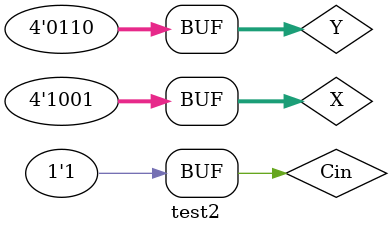
<source format=v>
`timescale 1ns / 1ps


module test2;

	// Inputs
	reg [3:0] X;
	reg [3:0] Y;
	reg Cin;

	// Outputs
	wire [3:0] Sum;
	wire Cout;

	// Instantiate the Unit Under Test (UUT)
	shiyan2 uut (
		.Sum(Sum), 
		.Cout(Cout), 
		.X(X), 
		.Y(Y), 
		.Cin(Cin)
	);

	initial begin
		// Initialize Inputs
		X = 0;
		Y = 0;
		Cin = 0;

		// Wait 100 ns for global reset to finish
		#100;
        
		// Add stimulus here
		X = 5;
		Y = 6;
		Cin = 0;
		#100;
		X = 7;
		Y = 8;
		Cin = 1;
		#100;
		X = 7;
		Y = 8;
		Cin = 0;
		#100;
		X = 4;
		Y = 3;
		Cin = 1;
		#100;
		X = 5;
		Y = 6;
		Cin = 1;
		#100;
		X = 9;
		Y = 6;
		Cin = 1;
		#100;
		X = 0;
		Y = 0;
		Cin = 1;
		#100;
		X = 9;
		Y = 6;
		Cin = 9;
		#100;

	end
      
endmodule


</source>
